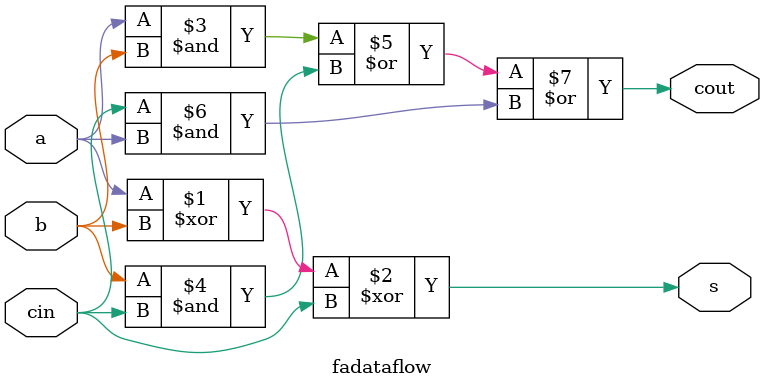
<source format=v>
module fadataflow(a,b,cin,s,cout);
  input a,b,cin;
  output s,cout;
  assign s=a^b^cin;
  assign cout=a&b|b&cin|cin&a;
endmodule

</source>
